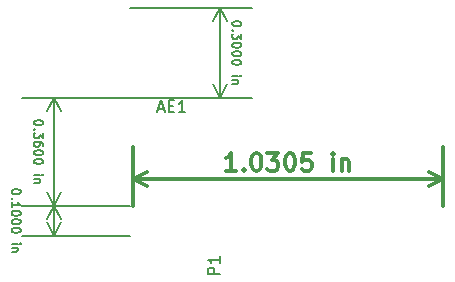
<source format=gbr>
G04 #@! TF.FileFunction,Legend,Top*
%FSLAX46Y46*%
G04 Gerber Fmt 4.6, Leading zero omitted, Abs format (unit mm)*
G04 Created by KiCad (PCBNEW 4.0.6) date 06/01/17 22:28:01*
%MOMM*%
%LPD*%
G01*
G04 APERTURE LIST*
%ADD10C,0.025400*%
%ADD11C,0.300000*%
%ADD12C,0.127000*%
%ADD13C,0.150000*%
G04 APERTURE END LIST*
D10*
D11*
X30855994Y10577429D02*
X29998851Y10577429D01*
X30427423Y10577429D02*
X30427423Y12077429D01*
X30284566Y11863143D01*
X30141708Y11720286D01*
X29998851Y11648857D01*
X31498851Y10720286D02*
X31570279Y10648857D01*
X31498851Y10577429D01*
X31427422Y10648857D01*
X31498851Y10720286D01*
X31498851Y10577429D01*
X32498851Y12077429D02*
X32641708Y12077429D01*
X32784565Y12006000D01*
X32855994Y11934571D01*
X32927423Y11791714D01*
X32998851Y11506000D01*
X32998851Y11148857D01*
X32927423Y10863143D01*
X32855994Y10720286D01*
X32784565Y10648857D01*
X32641708Y10577429D01*
X32498851Y10577429D01*
X32355994Y10648857D01*
X32284565Y10720286D01*
X32213137Y10863143D01*
X32141708Y11148857D01*
X32141708Y11506000D01*
X32213137Y11791714D01*
X32284565Y11934571D01*
X32355994Y12006000D01*
X32498851Y12077429D01*
X33498851Y12077429D02*
X34427422Y12077429D01*
X33927422Y11506000D01*
X34141708Y11506000D01*
X34284565Y11434571D01*
X34355994Y11363143D01*
X34427422Y11220286D01*
X34427422Y10863143D01*
X34355994Y10720286D01*
X34284565Y10648857D01*
X34141708Y10577429D01*
X33713136Y10577429D01*
X33570279Y10648857D01*
X33498851Y10720286D01*
X35355993Y12077429D02*
X35498850Y12077429D01*
X35641707Y12006000D01*
X35713136Y11934571D01*
X35784565Y11791714D01*
X35855993Y11506000D01*
X35855993Y11148857D01*
X35784565Y10863143D01*
X35713136Y10720286D01*
X35641707Y10648857D01*
X35498850Y10577429D01*
X35355993Y10577429D01*
X35213136Y10648857D01*
X35141707Y10720286D01*
X35070279Y10863143D01*
X34998850Y11148857D01*
X34998850Y11506000D01*
X35070279Y11791714D01*
X35141707Y11934571D01*
X35213136Y12006000D01*
X35355993Y12077429D01*
X37213136Y12077429D02*
X36498850Y12077429D01*
X36427421Y11363143D01*
X36498850Y11434571D01*
X36641707Y11506000D01*
X36998850Y11506000D01*
X37141707Y11434571D01*
X37213136Y11363143D01*
X37284564Y11220286D01*
X37284564Y10863143D01*
X37213136Y10720286D01*
X37141707Y10648857D01*
X36998850Y10577429D01*
X36641707Y10577429D01*
X36498850Y10648857D01*
X36427421Y10720286D01*
X39070278Y10577429D02*
X39070278Y11577429D01*
X39070278Y12077429D02*
X38998849Y12006000D01*
X39070278Y11934571D01*
X39141706Y12006000D01*
X39070278Y12077429D01*
X39070278Y11934571D01*
X39784564Y11577429D02*
X39784564Y10577429D01*
X39784564Y11434571D02*
X39855992Y11506000D01*
X39998850Y11577429D01*
X40213135Y11577429D01*
X40355992Y11506000D01*
X40427421Y11363143D01*
X40427421Y10577429D01*
X48336200Y9906000D02*
X22161500Y9906000D01*
X48336200Y7632700D02*
X48336200Y12606000D01*
X22161500Y7632700D02*
X22161500Y12606000D01*
X22161500Y9906000D02*
X23288004Y10492421D01*
X22161500Y9906000D02*
X23288004Y9319579D01*
X48336200Y9906000D02*
X47209696Y10492421D01*
X48336200Y9906000D02*
X47209696Y9319579D01*
D12*
X14510486Y14690271D02*
X14510486Y14617699D01*
X14474200Y14545128D01*
X14437914Y14508842D01*
X14365343Y14472556D01*
X14220200Y14436271D01*
X14038771Y14436271D01*
X13893629Y14472556D01*
X13821057Y14508842D01*
X13784771Y14545128D01*
X13748486Y14617699D01*
X13748486Y14690271D01*
X13784771Y14762842D01*
X13821057Y14799128D01*
X13893629Y14835413D01*
X14038771Y14871699D01*
X14220200Y14871699D01*
X14365343Y14835413D01*
X14437914Y14799128D01*
X14474200Y14762842D01*
X14510486Y14690271D01*
X13821057Y14109699D02*
X13784771Y14073414D01*
X13748486Y14109699D01*
X13784771Y14145985D01*
X13821057Y14109699D01*
X13748486Y14109699D01*
X14510486Y13819414D02*
X14510486Y13347700D01*
X14220200Y13601700D01*
X14220200Y13492842D01*
X14183914Y13420271D01*
X14147629Y13383985D01*
X14075057Y13347700D01*
X13893629Y13347700D01*
X13821057Y13383985D01*
X13784771Y13420271D01*
X13748486Y13492842D01*
X13748486Y13710557D01*
X13784771Y13783128D01*
X13821057Y13819414D01*
X14510486Y12694557D02*
X14510486Y12839700D01*
X14474200Y12912271D01*
X14437914Y12948557D01*
X14329057Y13021128D01*
X14183914Y13057414D01*
X13893629Y13057414D01*
X13821057Y13021128D01*
X13784771Y12984843D01*
X13748486Y12912271D01*
X13748486Y12767128D01*
X13784771Y12694557D01*
X13821057Y12658271D01*
X13893629Y12621986D01*
X14075057Y12621986D01*
X14147629Y12658271D01*
X14183914Y12694557D01*
X14220200Y12767128D01*
X14220200Y12912271D01*
X14183914Y12984843D01*
X14147629Y13021128D01*
X14075057Y13057414D01*
X14510486Y12150272D02*
X14510486Y12077700D01*
X14474200Y12005129D01*
X14437914Y11968843D01*
X14365343Y11932557D01*
X14220200Y11896272D01*
X14038771Y11896272D01*
X13893629Y11932557D01*
X13821057Y11968843D01*
X13784771Y12005129D01*
X13748486Y12077700D01*
X13748486Y12150272D01*
X13784771Y12222843D01*
X13821057Y12259129D01*
X13893629Y12295414D01*
X14038771Y12331700D01*
X14220200Y12331700D01*
X14365343Y12295414D01*
X14437914Y12259129D01*
X14474200Y12222843D01*
X14510486Y12150272D01*
X14510486Y11424558D02*
X14510486Y11351986D01*
X14474200Y11279415D01*
X14437914Y11243129D01*
X14365343Y11206843D01*
X14220200Y11170558D01*
X14038771Y11170558D01*
X13893629Y11206843D01*
X13821057Y11243129D01*
X13784771Y11279415D01*
X13748486Y11351986D01*
X13748486Y11424558D01*
X13784771Y11497129D01*
X13821057Y11533415D01*
X13893629Y11569700D01*
X14038771Y11605986D01*
X14220200Y11605986D01*
X14365343Y11569700D01*
X14437914Y11533415D01*
X14474200Y11497129D01*
X14510486Y11424558D01*
X13748486Y10263415D02*
X14256486Y10263415D01*
X14510486Y10263415D02*
X14474200Y10299701D01*
X14437914Y10263415D01*
X14474200Y10227130D01*
X14510486Y10263415D01*
X14437914Y10263415D01*
X14256486Y9900558D02*
X13748486Y9900558D01*
X14183914Y9900558D02*
X14220200Y9864273D01*
X14256486Y9791701D01*
X14256486Y9682844D01*
X14220200Y9610273D01*
X14147629Y9573987D01*
X13748486Y9573987D01*
X15443200Y16776700D02*
X15443200Y7632700D01*
X21907500Y16776700D02*
X12743200Y16776700D01*
X21907500Y7632700D02*
X12743200Y7632700D01*
X15443200Y7632700D02*
X14856779Y8759204D01*
X15443200Y7632700D02*
X16029621Y8759204D01*
X15443200Y16776700D02*
X14856779Y15650196D01*
X15443200Y16776700D02*
X16029621Y15650196D01*
X12609286Y8848271D02*
X12609286Y8775699D01*
X12573000Y8703128D01*
X12536714Y8666842D01*
X12464143Y8630556D01*
X12319000Y8594271D01*
X12137571Y8594271D01*
X11992429Y8630556D01*
X11919857Y8666842D01*
X11883571Y8703128D01*
X11847286Y8775699D01*
X11847286Y8848271D01*
X11883571Y8920842D01*
X11919857Y8957128D01*
X11992429Y8993413D01*
X12137571Y9029699D01*
X12319000Y9029699D01*
X12464143Y8993413D01*
X12536714Y8957128D01*
X12573000Y8920842D01*
X12609286Y8848271D01*
X11919857Y8267699D02*
X11883571Y8231414D01*
X11847286Y8267699D01*
X11883571Y8303985D01*
X11919857Y8267699D01*
X11847286Y8267699D01*
X11847286Y7505700D02*
X11847286Y7941128D01*
X11847286Y7723414D02*
X12609286Y7723414D01*
X12500429Y7795985D01*
X12427857Y7868557D01*
X12391571Y7941128D01*
X12609286Y7033986D02*
X12609286Y6961414D01*
X12573000Y6888843D01*
X12536714Y6852557D01*
X12464143Y6816271D01*
X12319000Y6779986D01*
X12137571Y6779986D01*
X11992429Y6816271D01*
X11919857Y6852557D01*
X11883571Y6888843D01*
X11847286Y6961414D01*
X11847286Y7033986D01*
X11883571Y7106557D01*
X11919857Y7142843D01*
X11992429Y7179128D01*
X12137571Y7215414D01*
X12319000Y7215414D01*
X12464143Y7179128D01*
X12536714Y7142843D01*
X12573000Y7106557D01*
X12609286Y7033986D01*
X12609286Y6308272D02*
X12609286Y6235700D01*
X12573000Y6163129D01*
X12536714Y6126843D01*
X12464143Y6090557D01*
X12319000Y6054272D01*
X12137571Y6054272D01*
X11992429Y6090557D01*
X11919857Y6126843D01*
X11883571Y6163129D01*
X11847286Y6235700D01*
X11847286Y6308272D01*
X11883571Y6380843D01*
X11919857Y6417129D01*
X11992429Y6453414D01*
X12137571Y6489700D01*
X12319000Y6489700D01*
X12464143Y6453414D01*
X12536714Y6417129D01*
X12573000Y6380843D01*
X12609286Y6308272D01*
X12609286Y5582558D02*
X12609286Y5509986D01*
X12573000Y5437415D01*
X12536714Y5401129D01*
X12464143Y5364843D01*
X12319000Y5328558D01*
X12137571Y5328558D01*
X11992429Y5364843D01*
X11919857Y5401129D01*
X11883571Y5437415D01*
X11847286Y5509986D01*
X11847286Y5582558D01*
X11883571Y5655129D01*
X11919857Y5691415D01*
X11992429Y5727700D01*
X12137571Y5763986D01*
X12319000Y5763986D01*
X12464143Y5727700D01*
X12536714Y5691415D01*
X12573000Y5655129D01*
X12609286Y5582558D01*
X11847286Y4421415D02*
X12355286Y4421415D01*
X12609286Y4421415D02*
X12573000Y4457701D01*
X12536714Y4421415D01*
X12573000Y4385130D01*
X12609286Y4421415D01*
X12536714Y4421415D01*
X12355286Y4058558D02*
X11847286Y4058558D01*
X12282714Y4058558D02*
X12319000Y4022273D01*
X12355286Y3949701D01*
X12355286Y3840844D01*
X12319000Y3768273D01*
X12246429Y3731987D01*
X11847286Y3731987D01*
X15443200Y7632700D02*
X15443200Y5092700D01*
X21907500Y7632700D02*
X12743200Y7632700D01*
X21907500Y5092700D02*
X12743200Y5092700D01*
X15443200Y5092700D02*
X14856779Y6219204D01*
X15443200Y5092700D02*
X16029621Y6219204D01*
X15443200Y7632700D02*
X14856779Y6506196D01*
X15443200Y7632700D02*
X16029621Y6506196D01*
X31294786Y23072271D02*
X31294786Y22999699D01*
X31258500Y22927128D01*
X31222214Y22890842D01*
X31149643Y22854556D01*
X31004500Y22818271D01*
X30823071Y22818271D01*
X30677929Y22854556D01*
X30605357Y22890842D01*
X30569071Y22927128D01*
X30532786Y22999699D01*
X30532786Y23072271D01*
X30569071Y23144842D01*
X30605357Y23181128D01*
X30677929Y23217413D01*
X30823071Y23253699D01*
X31004500Y23253699D01*
X31149643Y23217413D01*
X31222214Y23181128D01*
X31258500Y23144842D01*
X31294786Y23072271D01*
X30605357Y22491699D02*
X30569071Y22455414D01*
X30532786Y22491699D01*
X30569071Y22527985D01*
X30605357Y22491699D01*
X30532786Y22491699D01*
X31294786Y22201414D02*
X31294786Y21729700D01*
X31004500Y21983700D01*
X31004500Y21874842D01*
X30968214Y21802271D01*
X30931929Y21765985D01*
X30859357Y21729700D01*
X30677929Y21729700D01*
X30605357Y21765985D01*
X30569071Y21802271D01*
X30532786Y21874842D01*
X30532786Y22092557D01*
X30569071Y22165128D01*
X30605357Y22201414D01*
X31294786Y21257986D02*
X31294786Y21185414D01*
X31258500Y21112843D01*
X31222214Y21076557D01*
X31149643Y21040271D01*
X31004500Y21003986D01*
X30823071Y21003986D01*
X30677929Y21040271D01*
X30605357Y21076557D01*
X30569071Y21112843D01*
X30532786Y21185414D01*
X30532786Y21257986D01*
X30569071Y21330557D01*
X30605357Y21366843D01*
X30677929Y21403128D01*
X30823071Y21439414D01*
X31004500Y21439414D01*
X31149643Y21403128D01*
X31222214Y21366843D01*
X31258500Y21330557D01*
X31294786Y21257986D01*
X31294786Y20532272D02*
X31294786Y20459700D01*
X31258500Y20387129D01*
X31222214Y20350843D01*
X31149643Y20314557D01*
X31004500Y20278272D01*
X30823071Y20278272D01*
X30677929Y20314557D01*
X30605357Y20350843D01*
X30569071Y20387129D01*
X30532786Y20459700D01*
X30532786Y20532272D01*
X30569071Y20604843D01*
X30605357Y20641129D01*
X30677929Y20677414D01*
X30823071Y20713700D01*
X31004500Y20713700D01*
X31149643Y20677414D01*
X31222214Y20641129D01*
X31258500Y20604843D01*
X31294786Y20532272D01*
X31294786Y19806558D02*
X31294786Y19733986D01*
X31258500Y19661415D01*
X31222214Y19625129D01*
X31149643Y19588843D01*
X31004500Y19552558D01*
X30823071Y19552558D01*
X30677929Y19588843D01*
X30605357Y19625129D01*
X30569071Y19661415D01*
X30532786Y19733986D01*
X30532786Y19806558D01*
X30569071Y19879129D01*
X30605357Y19915415D01*
X30677929Y19951700D01*
X30823071Y19987986D01*
X31004500Y19987986D01*
X31149643Y19951700D01*
X31222214Y19915415D01*
X31258500Y19879129D01*
X31294786Y19806558D01*
X30532786Y18645415D02*
X31040786Y18645415D01*
X31294786Y18645415D02*
X31258500Y18681701D01*
X31222214Y18645415D01*
X31258500Y18609130D01*
X31294786Y18645415D01*
X31222214Y18645415D01*
X31040786Y18282558D02*
X30532786Y18282558D01*
X30968214Y18282558D02*
X31004500Y18246273D01*
X31040786Y18173701D01*
X31040786Y18064844D01*
X31004500Y17992273D01*
X30931929Y17955987D01*
X30532786Y17955987D01*
X29527500Y24396700D02*
X29527500Y16776700D01*
X21907500Y24396700D02*
X32227500Y24396700D01*
X21907500Y16776700D02*
X32227500Y16776700D01*
X29527500Y16776700D02*
X28941079Y17903204D01*
X29527500Y16776700D02*
X30113921Y17903204D01*
X29527500Y24396700D02*
X28941079Y23270196D01*
X29527500Y24396700D02*
X30113921Y23270196D01*
D13*
X24233333Y15848033D02*
X24709524Y15848033D01*
X24138095Y15562319D02*
X24471428Y16562319D01*
X24804762Y15562319D01*
X25138095Y16086129D02*
X25471429Y16086129D01*
X25614286Y15562319D02*
X25138095Y15562319D01*
X25138095Y16562319D01*
X25614286Y16562319D01*
X26566667Y15562319D02*
X25995238Y15562319D01*
X26280952Y15562319D02*
X26280952Y16562319D01*
X26185714Y16419462D01*
X26090476Y16324224D01*
X25995238Y16276605D01*
X29469881Y1809105D02*
X28469881Y1809105D01*
X28469881Y2190058D01*
X28517500Y2285296D01*
X28565119Y2332915D01*
X28660357Y2380534D01*
X28803214Y2380534D01*
X28898452Y2332915D01*
X28946071Y2285296D01*
X28993690Y2190058D01*
X28993690Y1809105D01*
X29469881Y3332915D02*
X29469881Y2761486D01*
X29469881Y3047200D02*
X28469881Y3047200D01*
X28612738Y2951962D01*
X28707976Y2856724D01*
X28755595Y2761486D01*
M02*

</source>
